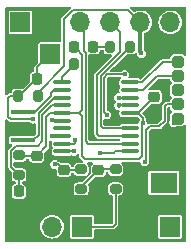
<source format=gtl>
G04 EasyEDA Pro v1.9.28, 2023-01-14 19:19:00*
G04 Gerber Generator version 0.3*%TF.GenerationSoftware,KiCad,Pcbnew,8.0.3*%
%TF.CreationDate,2024-11-10T00:39:18+08:00*%
%TF.ProjectId,NekoPurrTech_TiltingCtrl,4e656b6f-5075-4727-9254-6563685f5469,rev?*%
%TF.SameCoordinates,Original*%
%TF.FileFunction,Copper,L1,Top*%
%TF.FilePolarity,Positive*%
%FSLAX46Y46*%
G04 Gerber Fmt 4.6, Leading zero omitted, Abs format (unit mm)*
G04 Created by KiCad (PCBNEW 8.0.3) date 2024-11-10 00:39:18*
%MOMM*%
%LPD*%
G01*
G04 APERTURE LIST*
G04 Aperture macros list*
%AMRoundRect*
0 Rectangle with rounded corners*
0 $1 Rounding radius*
0 $2 $3 $4 $5 $6 $7 $8 $9 X,Y pos of 4 corners*
0 Add a 4 corners polygon primitive as box body*
4,1,4,$2,$3,$4,$5,$6,$7,$8,$9,$2,$3,0*
0 Add four circle primitives for the rounded corners*
1,1,$1+$1,$2,$3*
1,1,$1+$1,$4,$5*
1,1,$1+$1,$6,$7*
1,1,$1+$1,$8,$9*
0 Add four rect primitives between the rounded corners*
20,1,$1+$1,$2,$3,$4,$5,0*
20,1,$1+$1,$4,$5,$6,$7,0*
20,1,$1+$1,$6,$7,$8,$9,0*
20,1,$1+$1,$8,$9,$2,$3,0*%
G04 Aperture macros list end*
%TA.AperFunction,SMDPad,CuDef*%
%ADD10R,2.100000X0.400000*%
%TD*%
%TA.AperFunction,SMDPad,CuDef*%
%ADD11RoundRect,0.200000X0.200000X0.275000X-0.200000X0.275000X-0.200000X-0.275000X0.200000X-0.275000X0*%
%TD*%
%TA.AperFunction,SMDPad,CuDef*%
%ADD12RoundRect,0.225000X-0.250000X0.225000X-0.250000X-0.225000X0.250000X-0.225000X0.250000X0.225000X0*%
%TD*%
%TA.AperFunction,SMDPad,CuDef*%
%ADD13RoundRect,0.250000X0.250000X-0.250000X0.250000X0.250000X-0.250000X0.250000X-0.250000X-0.250000X0*%
%TD*%
%TA.AperFunction,ComponentPad*%
%ADD14R,1.700000X1.700000*%
%TD*%
%TA.AperFunction,ComponentPad*%
%ADD15O,1.700000X1.700000*%
%TD*%
%TA.AperFunction,SMDPad,CuDef*%
%ADD16RoundRect,0.200000X0.275000X-0.200000X0.275000X0.200000X-0.275000X0.200000X-0.275000X-0.200000X0*%
%TD*%
%TA.AperFunction,SMDPad,CuDef*%
%ADD17RoundRect,0.218750X0.218750X0.256250X-0.218750X0.256250X-0.218750X-0.256250X0.218750X-0.256250X0*%
%TD*%
%TA.AperFunction,SMDPad,CuDef*%
%ADD18R,2.300000X1.800000*%
%TD*%
%TA.AperFunction,SMDPad,CuDef*%
%ADD19RoundRect,0.225000X0.225000X0.250000X-0.225000X0.250000X-0.225000X-0.250000X0.225000X-0.250000X0*%
%TD*%
%TA.AperFunction,SMDPad,CuDef*%
%ADD20RoundRect,0.100000X-0.637500X-0.100000X0.637500X-0.100000X0.637500X0.100000X-0.637500X0.100000X0*%
%TD*%
%TA.AperFunction,SMDPad,CuDef*%
%ADD21RoundRect,0.225000X-0.225000X-0.250000X0.225000X-0.250000X0.225000X0.250000X-0.225000X0.250000X0*%
%TD*%
%TA.AperFunction,ViaPad*%
%ADD22C,0.450000*%
%TD*%
%TA.AperFunction,Conductor*%
%ADD23C,0.150000*%
%TD*%
%TA.AperFunction,Conductor*%
%ADD24C,0.200000*%
%TD*%
%TA.AperFunction,Conductor*%
%ADD25C,0.300000*%
%TD*%
G04 APERTURE END LIST*
D10*
%TO.P,R6,1,1*%
%TO.N,/OSCH_OUT*%
X86610000Y-66270000D03*
%TO.P,R6,2,2*%
%TO.N,GND*%
X86610000Y-65070000D03*
%TO.P,R6,3,3*%
%TO.N,/OSCH_IN*%
X86610000Y-63870000D03*
%TD*%
D11*
%TO.P,R12,1*%
%TO.N,+3.3V_ENC*%
X87815000Y-62540000D03*
%TO.P,R12,2*%
%TO.N,/Klicky*%
X86165000Y-62540000D03*
%TD*%
D12*
%TO.P,C8,1*%
%TO.N,/FMU_PWM_OUT*%
X90050000Y-68800000D03*
%TO.P,C8,2*%
%TO.N,GND*%
X90050000Y-70350000D03*
%TD*%
D13*
%TO.P,J4,1,Pin_1*%
%TO.N,+3.3V_MCU*%
X99690000Y-64440000D03*
%TO.P,J4,2,Pin_2*%
%TO.N,/Dbg_TX*%
X99690000Y-63240000D03*
%TO.P,J4,3,Pin_3*%
%TO.N,/Dbg_RX*%
X99690000Y-62040000D03*
%TO.P,J4,4,Pin_4*%
%TO.N,/SWDIO*%
X99690000Y-60840000D03*
%TO.P,J4,5,Pin_5*%
%TO.N,/SWCLK*%
X99690000Y-59640000D03*
%TO.P,J4,6,Pin_6*%
%TO.N,GND*%
X99690000Y-58440000D03*
%TD*%
D12*
%TO.P,C4,1*%
%TO.N,+3.3V_MCU*%
X87740000Y-67615000D03*
%TO.P,C4,2*%
%TO.N,GND*%
X87740000Y-69165000D03*
%TD*%
D11*
%TO.P,R7,1*%
%TO.N,GND*%
X92530000Y-59850000D03*
%TO.P,R7,2*%
%TO.N,/BOOT0*%
X90880000Y-59850000D03*
%TD*%
D14*
%TO.P,J5,1,Pin_1*%
%TO.N,/Klicky*%
X88885000Y-59000000D03*
D15*
%TO.P,J5,2,Pin_2*%
%TO.N,GND*%
X86345000Y-59000000D03*
%TD*%
D16*
%TO.P,R5,1*%
%TO.N,Net-(C3-Pad1)*%
X91500000Y-70400000D03*
%TO.P,R5,2*%
%TO.N,/FMU_PWM_OUT*%
X91500000Y-68750000D03*
%TD*%
D17*
%TO.P,D3,1,K*%
%TO.N,Net-(D3-K)*%
X92490000Y-58380000D03*
%TO.P,D3,2,A*%
%TO.N,+3.3V_MCU*%
X90915000Y-58380000D03*
%TD*%
D18*
%TO.P,C1,1*%
%TO.N,VCC*%
X98500000Y-69900000D03*
%TO.P,C1,2*%
%TO.N,GND*%
X98500000Y-67000000D03*
%TD*%
D19*
%TO.P,C14,1*%
%TO.N,/Klicky*%
X87765000Y-61080000D03*
%TO.P,C14,2*%
%TO.N,GND*%
X86215000Y-61080000D03*
%TD*%
D16*
%TO.P,R3,1*%
%TO.N,/NRST*%
X86240000Y-69215000D03*
%TO.P,R3,2*%
%TO.N,+3.3V_MCU*%
X86240000Y-67565000D03*
%TD*%
D11*
%TO.P,R11,1*%
%TO.N,/LED*%
X95615000Y-58380000D03*
%TO.P,R11,2*%
%TO.N,Net-(D3-K)*%
X93965000Y-58380000D03*
%TD*%
D20*
%TO.P,U1,1,BOOT0*%
%TO.N,/BOOT0*%
X89901500Y-61375000D03*
%TO.P,U1,2,PF0*%
%TO.N,/OSCH_IN*%
X89901500Y-62025000D03*
%TO.P,U1,3,PF1*%
%TO.N,/OSCH_OUT*%
X89901500Y-62675000D03*
%TO.P,U1,4,NRST*%
%TO.N,/NRST*%
X89901500Y-63325000D03*
%TO.P,U1,5,VDDA*%
%TO.N,+3.3V_MCU*%
X89901500Y-63975000D03*
%TO.P,U1,6,PA0*%
%TO.N,/Klicky*%
X89901500Y-64625000D03*
%TO.P,U1,7,PA1*%
%TO.N,unconnected-(U1-PA1-Pad7)*%
X89901500Y-65275000D03*
%TO.P,U1,8,PA2*%
%TO.N,/Dbg_TX*%
X89901500Y-65925000D03*
%TO.P,U1,9,PA3*%
%TO.N,/Dbg_RX*%
X89901500Y-66575000D03*
%TO.P,U1,10,PA4*%
%TO.N,/IN1*%
X89901500Y-67225000D03*
%TO.P,U1,11,PA5*%
%TO.N,/IN2*%
X95626500Y-67225000D03*
%TO.P,U1,12,PA6*%
%TO.N,/ENC_A*%
X95626500Y-66575000D03*
%TO.P,U1,13,PA7*%
%TO.N,/ENC_B*%
X95626500Y-65925000D03*
%TO.P,U1,14,PB1*%
%TO.N,/LED*%
X95626500Y-65275000D03*
%TO.P,U1,15,VSS*%
%TO.N,GND*%
X95626500Y-64625000D03*
%TO.P,U1,16,VDD*%
%TO.N,+3.3V_MCU*%
X95626500Y-63975000D03*
%TO.P,U1,17,PA9*%
%TO.N,/Motor_PWM*%
X95626500Y-63325000D03*
%TO.P,U1,18,PA10*%
%TO.N,/FMU_PWM_OUT*%
X95626500Y-62675000D03*
%TO.P,U1,19,PA13*%
%TO.N,/SWDIO*%
X95626500Y-62025000D03*
%TO.P,U1,20,PA14*%
%TO.N,/SWCLK*%
X95626500Y-61375000D03*
%TD*%
D16*
%TO.P,R2,1*%
%TO.N,/FMU_PWM*%
X94425000Y-70400000D03*
%TO.P,R2,2*%
%TO.N,Net-(C3-Pad1)*%
X94425000Y-68750000D03*
%TD*%
D14*
%TO.P,J3,1,Pin_1*%
%TO.N,/Motor+*%
X86350000Y-56300000D03*
D15*
%TO.P,J3,2,Pin_2*%
%TO.N,GND*%
X88890000Y-56300000D03*
%TO.P,J3,3,Pin_3*%
%TO.N,/ENC_A*%
X91430000Y-56300000D03*
%TO.P,J3,4,Pin_4*%
%TO.N,/ENC_B*%
X93970000Y-56300000D03*
%TO.P,J3,5,Pin_5*%
%TO.N,+3.3V_ENC*%
X96510000Y-56300000D03*
%TO.P,J3,6,Pin_6*%
%TO.N,/Motor-*%
X99050000Y-56300000D03*
%TD*%
D14*
%TO.P,J2,1,Pin_1*%
%TO.N,/FMU_PWM*%
X91580000Y-73600000D03*
D15*
%TO.P,J2,2,Pin_2*%
%TO.N,unconnected-(J2-Pin_2-Pad2)*%
X89040000Y-73600000D03*
%TO.P,J2,3,Pin_3*%
%TO.N,GND*%
X86500000Y-73600000D03*
%TD*%
D12*
%TO.P,C3,1*%
%TO.N,Net-(C3-Pad1)*%
X92950000Y-68800000D03*
%TO.P,C3,2*%
%TO.N,GND*%
X92950000Y-70350000D03*
%TD*%
%TO.P,C6,1*%
%TO.N,+3.3V_MCU*%
X97700000Y-62600000D03*
%TO.P,C6,2*%
%TO.N,GND*%
X97700000Y-64150000D03*
%TD*%
D21*
%TO.P,C5,1*%
%TO.N,/NRST*%
X86215000Y-70615000D03*
%TO.P,C5,2*%
%TO.N,GND*%
X87765000Y-70615000D03*
%TD*%
D14*
%TO.P,J1,1,Pin_1*%
%TO.N,VCC*%
X99025000Y-73600000D03*
D15*
%TO.P,J1,2,Pin_2*%
%TO.N,GND*%
X96485000Y-73600000D03*
%TD*%
D22*
%TO.N,VCC*%
X98050000Y-70475000D03*
X98050000Y-70125000D03*
X98050000Y-69775000D03*
%TO.N,/IN1*%
X90870002Y-67225000D03*
%TO.N,GND*%
X96480000Y-70970000D03*
X92360000Y-70500000D03*
X89290000Y-69790000D03*
X90790000Y-69820000D03*
X94167562Y-63804687D03*
X92370000Y-64830000D03*
X96890000Y-70970000D03*
X93650000Y-69830000D03*
X99210000Y-66890000D03*
X92960000Y-69940000D03*
X96070000Y-70970000D03*
X86520000Y-65500000D03*
X99210000Y-66480000D03*
X87010000Y-65500000D03*
X94169232Y-64472822D03*
X92370000Y-64380000D03*
X95600000Y-60150000D03*
X92370000Y-63930000D03*
X95660000Y-70970000D03*
X97100000Y-64030000D03*
%TO.N,/IN2*%
X93123000Y-67337000D03*
%TO.N,+3.3V_MCU*%
X99325000Y-64780027D03*
X96723309Y-64847773D03*
%TO.N,+3.3V_ENC*%
X96600000Y-58920000D03*
%TO.N,/Dbg_RX*%
X99690000Y-62040000D03*
X90969070Y-66229057D03*
X93670000Y-64140000D03*
X95190000Y-60710000D03*
%TO.N,/Motor_PWM*%
X94680000Y-63325000D03*
%TO.N,/Dbg_TX*%
X89025000Y-65940000D03*
X96889820Y-68106932D03*
%TO.N,/FMU_PWM_OUT*%
X94680002Y-62675000D03*
X89262746Y-68332107D03*
%TO.N,/Klicky*%
X89050000Y-64580000D03*
X87460000Y-64494998D03*
%TD*%
D23*
%TO.N,/IN1*%
X90870002Y-67225000D02*
X89901500Y-67225000D01*
%TO.N,/IN2*%
X94395000Y-67225000D02*
X95626500Y-67225000D01*
X94283000Y-67337000D02*
X94395000Y-67225000D01*
X93123000Y-67337000D02*
X94283000Y-67337000D01*
D24*
%TO.N,+3.3V_MCU*%
X91335000Y-63975000D02*
X91565000Y-63745000D01*
X91385000Y-58854620D02*
X91385000Y-58850000D01*
X86290000Y-67615000D02*
X86240000Y-67565000D01*
X89901500Y-63975000D02*
X88875000Y-63975000D01*
X88550000Y-66805000D02*
X87740000Y-67615000D01*
X91565000Y-59034620D02*
X91385000Y-58854620D01*
X91335000Y-63975000D02*
X89901500Y-63975000D01*
X99325000Y-64585000D02*
X99460000Y-64450000D01*
X96690000Y-67635000D02*
X96425000Y-67900000D01*
X91385000Y-58850000D02*
X90915000Y-58380000D01*
X96690000Y-64881082D02*
X96690000Y-67635000D01*
X96325000Y-63975000D02*
X95626500Y-63975000D01*
X88875000Y-63975000D02*
X88550000Y-64300000D01*
X96723309Y-64415853D02*
X96282456Y-63975000D01*
X91570000Y-67645000D02*
X91570000Y-64210000D01*
X97700000Y-62600000D02*
X96325000Y-63975000D01*
X87740000Y-67615000D02*
X86290000Y-67615000D01*
X91570000Y-64210000D02*
X91335000Y-63975000D01*
X96723309Y-64847773D02*
X96690000Y-64881082D01*
X88550000Y-64300000D02*
X88550000Y-66805000D01*
X96282456Y-63975000D02*
X95626500Y-63975000D01*
X91825000Y-67900000D02*
X91570000Y-67645000D01*
X96723309Y-64847773D02*
X96723309Y-64415853D01*
X91565000Y-63745000D02*
X91565000Y-59034620D01*
X99325000Y-64780027D02*
X99325000Y-64585000D01*
X96425000Y-67900000D02*
X91825000Y-67900000D01*
D23*
%TO.N,+3.3V_ENC*%
X87815000Y-62261610D02*
X90050000Y-60026610D01*
X90050000Y-60026610D02*
X90050000Y-56010000D01*
X87815000Y-62540000D02*
X87815000Y-62261610D01*
D25*
X96600000Y-58920000D02*
X96510000Y-58830000D01*
D23*
X90050000Y-56010000D02*
X90835000Y-55225000D01*
X90835000Y-55225000D02*
X95435000Y-55225000D01*
X95435000Y-55225000D02*
X96510000Y-56300000D01*
D25*
X96510000Y-58830000D02*
X96510000Y-56300000D01*
D23*
%TO.N,/OSCH_IN*%
X89175000Y-62025000D02*
X89901500Y-62025000D01*
X87566582Y-63870000D02*
X88940000Y-62496582D01*
X88940000Y-62496582D02*
X88940000Y-62260000D01*
X88940000Y-62260000D02*
X89175000Y-62025000D01*
X86610000Y-63870000D02*
X87566582Y-63870000D01*
%TO.N,/OSCH_OUT*%
X87910000Y-63950846D02*
X89185846Y-62675000D01*
X86610000Y-66270000D02*
X87460000Y-66270000D01*
X89185846Y-62675000D02*
X89901500Y-62675000D01*
X87460000Y-66270000D02*
X87910000Y-65820000D01*
X87910000Y-65820000D02*
X87910000Y-63950846D01*
%TO.N,/Dbg_RX*%
X90969070Y-66470930D02*
X90865000Y-66575000D01*
X93450000Y-60969264D02*
X93450000Y-63920000D01*
X93450000Y-63920000D02*
X93670000Y-64140000D01*
X90865000Y-66575000D02*
X89901500Y-66575000D01*
X99470000Y-62040000D02*
X99460000Y-62050000D01*
X90969070Y-66229057D02*
X90969070Y-66470930D01*
X99690000Y-62040000D02*
X99470000Y-62040000D01*
X93709264Y-60710000D02*
X93450000Y-60969264D01*
X95190000Y-60710000D02*
X93709264Y-60710000D01*
%TO.N,/ENC_A*%
X91895000Y-66355000D02*
X92115000Y-66575000D01*
X91710000Y-58720000D02*
X91895000Y-58905000D01*
X91895000Y-58905000D02*
X91895000Y-66355000D01*
X91710000Y-56580000D02*
X91710000Y-58720000D01*
X92115000Y-66575000D02*
X95626500Y-66575000D01*
X91430000Y-56300000D02*
X91710000Y-56580000D01*
%TO.N,/ENC_B*%
X94790000Y-57120000D02*
X94790000Y-58780736D01*
X93970000Y-56300000D02*
X94790000Y-57120000D01*
X94790000Y-58780736D02*
X92850000Y-60720736D01*
X92995000Y-65925000D02*
X95626500Y-65925000D01*
X92850000Y-60720736D02*
X92850000Y-65780000D01*
X92850000Y-65780000D02*
X92995000Y-65925000D01*
%TO.N,/NRST*%
X86240000Y-69215000D02*
X85540000Y-68515000D01*
X88225000Y-66355000D02*
X88225000Y-64135381D01*
X88225000Y-64135381D02*
X89035381Y-63325000D01*
X89035381Y-63325000D02*
X89901500Y-63325000D01*
X86240000Y-69215000D02*
X86240000Y-70590000D01*
X87820000Y-66760000D02*
X88225000Y-66355000D01*
X85540000Y-68515000D02*
X85540000Y-67183418D01*
X85963418Y-66760000D02*
X87820000Y-66760000D01*
X86240000Y-70590000D02*
X86215000Y-70615000D01*
X85540000Y-67183418D02*
X85963418Y-66760000D01*
%TO.N,/Motor_PWM*%
X94680000Y-63325000D02*
X94680000Y-63470505D01*
X94680000Y-63325000D02*
X95626500Y-63325000D01*
%TO.N,/Dbg_TX*%
X98580000Y-63400000D02*
X98730000Y-63250000D01*
X89025000Y-65940000D02*
X89886500Y-65940000D01*
X98120000Y-65100000D02*
X98580000Y-64640000D01*
X97015000Y-65445000D02*
X97360000Y-65100000D01*
X89886500Y-65940000D02*
X89901500Y-65925000D01*
X97015000Y-67981752D02*
X97015000Y-65445000D01*
X98730000Y-63250000D02*
X99460000Y-63250000D01*
X98580000Y-64640000D02*
X98580000Y-63400000D01*
X97360000Y-65100000D02*
X98120000Y-65100000D01*
X96889820Y-68106932D02*
X97015000Y-67981752D01*
%TO.N,/BOOT0*%
X89901500Y-61375000D02*
X89901500Y-60908500D01*
X90880000Y-59930000D02*
X90880000Y-59850000D01*
X89901500Y-60908500D02*
X90880000Y-59930000D01*
%TO.N,/SWCLK*%
X98390000Y-59650000D02*
X99460000Y-59650000D01*
X96665000Y-61375000D02*
X98390000Y-59650000D01*
X95626500Y-61375000D02*
X96665000Y-61375000D01*
%TO.N,/SWDIO*%
X97930000Y-60850000D02*
X99460000Y-60850000D01*
X95626500Y-62025000D02*
X96755000Y-62025000D01*
X96755000Y-62025000D02*
X97930000Y-60850000D01*
%TO.N,/FMU_PWM_OUT*%
X94680002Y-62675000D02*
X95626500Y-62675000D01*
X89262746Y-68332107D02*
X89582107Y-68332107D01*
X89582107Y-68332107D02*
X90050000Y-68800000D01*
X90050000Y-68800000D02*
X91450000Y-68800000D01*
X91450000Y-68800000D02*
X91500000Y-68750000D01*
%TO.N,Net-(C3-Pad1)*%
X94425000Y-68750000D02*
X93000000Y-68750000D01*
X91500000Y-70250000D02*
X92950000Y-68800000D01*
X93000000Y-68750000D02*
X92950000Y-68800000D01*
X91500000Y-70400000D02*
X91500000Y-70250000D01*
%TO.N,/FMU_PWM*%
X94160000Y-73600000D02*
X94425000Y-73335000D01*
X94425000Y-73335000D02*
X94425000Y-70400000D01*
X91580000Y-73600000D02*
X94160000Y-73600000D01*
%TO.N,Net-(D3-K)*%
X93965000Y-58380000D02*
X92490000Y-58380000D01*
%TO.N,/LED*%
X95626500Y-65275000D02*
X93335000Y-65275000D01*
X93150000Y-60845000D02*
X95615000Y-58380000D01*
X93335000Y-65275000D02*
X93150000Y-65090000D01*
X93150000Y-65090000D02*
X93150000Y-60845000D01*
%TO.N,/Klicky*%
X85460000Y-62540000D02*
X85335000Y-62665000D01*
X86165000Y-62540000D02*
X86250000Y-62540000D01*
X86250000Y-62540000D02*
X87710000Y-61080000D01*
X86165000Y-62540000D02*
X85460000Y-62540000D01*
X85534998Y-64494998D02*
X87460000Y-64494998D01*
X87765000Y-60120000D02*
X88885000Y-59000000D01*
X87710000Y-61080000D02*
X87765000Y-61080000D01*
X89050000Y-64580000D02*
X89856500Y-64580000D01*
X89856500Y-64580000D02*
X89901500Y-64625000D01*
X85335000Y-64295000D02*
X85534998Y-64494998D01*
X85335000Y-62665000D02*
X85335000Y-64295000D01*
X87765000Y-61080000D02*
X87765000Y-60120000D01*
%TD*%
%TA.AperFunction,Conductor*%
%TO.N,GND*%
G36*
X99021336Y-63497174D02*
G01*
X99042099Y-63537925D01*
X99054353Y-63615304D01*
X99054354Y-63615306D01*
X99111950Y-63728342D01*
X99171282Y-63787674D01*
X99192956Y-63840000D01*
X99171282Y-63892326D01*
X99111951Y-63951656D01*
X99054353Y-64064698D01*
X99039500Y-64158480D01*
X99039500Y-64503836D01*
X99019900Y-64551160D01*
X99020850Y-64551850D01*
X99017978Y-64555802D01*
X99017832Y-64556156D01*
X99017428Y-64556559D01*
X99017424Y-64556564D01*
X98963427Y-64662540D01*
X98963426Y-64662544D01*
X98944819Y-64780027D01*
X98963426Y-64897509D01*
X98963426Y-64897510D01*
X98981999Y-64933960D01*
X99017427Y-65003492D01*
X99101535Y-65087600D01*
X99207518Y-65141601D01*
X99325000Y-65160208D01*
X99442482Y-65141601D01*
X99526943Y-65098565D01*
X99560539Y-65090499D01*
X99971519Y-65090499D01*
X100065304Y-65075646D01*
X100065306Y-65075645D01*
X100073955Y-65071238D01*
X100178342Y-65018050D01*
X100243174Y-64953218D01*
X100295500Y-64931544D01*
X100347826Y-64953218D01*
X100369500Y-65005544D01*
X100369500Y-74835500D01*
X100347826Y-74887826D01*
X100295500Y-74909500D01*
X85164500Y-74909500D01*
X85112174Y-74887826D01*
X85090500Y-74835500D01*
X85090500Y-73600000D01*
X88034659Y-73600000D01*
X88053976Y-73796133D01*
X88111187Y-73984731D01*
X88198776Y-74148597D01*
X88204090Y-74158538D01*
X88329117Y-74310883D01*
X88481462Y-74435910D01*
X88535547Y-74464819D01*
X88655268Y-74528812D01*
X88655270Y-74528812D01*
X88655273Y-74528814D01*
X88843868Y-74586024D01*
X89040000Y-74605341D01*
X89236132Y-74586024D01*
X89424727Y-74528814D01*
X89598538Y-74435910D01*
X89750883Y-74310883D01*
X89875910Y-74158538D01*
X89968814Y-73984727D01*
X90026024Y-73796132D01*
X90045341Y-73600000D01*
X90026024Y-73403868D01*
X89968814Y-73215273D01*
X89968812Y-73215270D01*
X89968812Y-73215268D01*
X89917048Y-73118426D01*
X89875910Y-73041462D01*
X89750883Y-72889117D01*
X89598538Y-72764090D01*
X89588597Y-72758776D01*
X89544452Y-72735180D01*
X90579500Y-72735180D01*
X90579500Y-74464819D01*
X90588233Y-74508722D01*
X90601656Y-74528812D01*
X90621496Y-74558504D01*
X90671278Y-74591767D01*
X90715180Y-74600500D01*
X90715181Y-74600500D01*
X92444819Y-74600500D01*
X92444820Y-74600500D01*
X92488722Y-74591767D01*
X92538504Y-74558504D01*
X92571767Y-74508722D01*
X92580500Y-74464820D01*
X92580500Y-73899500D01*
X92602174Y-73847174D01*
X92654500Y-73825500D01*
X94106525Y-73825500D01*
X94106533Y-73825501D01*
X94115145Y-73825501D01*
X94204854Y-73825501D01*
X94204855Y-73825501D01*
X94263460Y-73801225D01*
X94287736Y-73791170D01*
X94351170Y-73727736D01*
X94351170Y-73727735D01*
X94361575Y-73717330D01*
X94361577Y-73717327D01*
X94542327Y-73536577D01*
X94542330Y-73536575D01*
X94552735Y-73526170D01*
X94552736Y-73526170D01*
X94616170Y-73462736D01*
X94637908Y-73410256D01*
X94650501Y-73379854D01*
X94650501Y-73290145D01*
X94650501Y-73284187D01*
X94650500Y-73284173D01*
X94650500Y-72735180D01*
X98024500Y-72735180D01*
X98024500Y-74464819D01*
X98033233Y-74508722D01*
X98046656Y-74528812D01*
X98066496Y-74558504D01*
X98116278Y-74591767D01*
X98160180Y-74600500D01*
X98160181Y-74600500D01*
X99889819Y-74600500D01*
X99889820Y-74600500D01*
X99933722Y-74591767D01*
X99983504Y-74558504D01*
X100016767Y-74508722D01*
X100025500Y-74464820D01*
X100025500Y-72735180D01*
X100016767Y-72691278D01*
X99983504Y-72641496D01*
X99933722Y-72608233D01*
X99889820Y-72599500D01*
X98160180Y-72599500D01*
X98138229Y-72603866D01*
X98116277Y-72608233D01*
X98066496Y-72641495D01*
X98066495Y-72641496D01*
X98033233Y-72691277D01*
X98024500Y-72735180D01*
X94650500Y-72735180D01*
X94650500Y-71024500D01*
X94672174Y-70972174D01*
X94724500Y-70950500D01*
X94733254Y-70950500D01*
X94733260Y-70950500D01*
X94801393Y-70940573D01*
X94906483Y-70889198D01*
X94989198Y-70806483D01*
X95040573Y-70701393D01*
X95050500Y-70633260D01*
X95050500Y-70166740D01*
X95040573Y-70098607D01*
X94989198Y-69993517D01*
X94906483Y-69910802D01*
X94906482Y-69910801D01*
X94801394Y-69859427D01*
X94733264Y-69849500D01*
X94733260Y-69849500D01*
X94116740Y-69849500D01*
X94116735Y-69849500D01*
X94048606Y-69859427D01*
X94048605Y-69859427D01*
X93943517Y-69910801D01*
X93860801Y-69993517D01*
X93809427Y-70098605D01*
X93809427Y-70098606D01*
X93799500Y-70166735D01*
X93799500Y-70633264D01*
X93809427Y-70701393D01*
X93809427Y-70701394D01*
X93860801Y-70806482D01*
X93860802Y-70806483D01*
X93943517Y-70889198D01*
X94048607Y-70940573D01*
X94116740Y-70950500D01*
X94125500Y-70950500D01*
X94177826Y-70972174D01*
X94199500Y-71024500D01*
X94199500Y-73210943D01*
X94177826Y-73263269D01*
X94088269Y-73352826D01*
X94035943Y-73374500D01*
X92654500Y-73374500D01*
X92602174Y-73352826D01*
X92580500Y-73300500D01*
X92580500Y-72735180D01*
X92571767Y-72691278D01*
X92538504Y-72641496D01*
X92488722Y-72608233D01*
X92444820Y-72599500D01*
X90715180Y-72599500D01*
X90693229Y-72603866D01*
X90671277Y-72608233D01*
X90621496Y-72641495D01*
X90621495Y-72641496D01*
X90588233Y-72691277D01*
X90579500Y-72735180D01*
X89544452Y-72735180D01*
X89424731Y-72671187D01*
X89236133Y-72613976D01*
X89040000Y-72594659D01*
X88843866Y-72613976D01*
X88655268Y-72671187D01*
X88481463Y-72764089D01*
X88329117Y-72889117D01*
X88204089Y-73041463D01*
X88111187Y-73215268D01*
X88053976Y-73403866D01*
X88034659Y-73600000D01*
X85090500Y-73600000D01*
X85090500Y-64548058D01*
X85112174Y-64495732D01*
X85164500Y-64474058D01*
X85216826Y-64495732D01*
X85217671Y-64496577D01*
X85217673Y-64496578D01*
X85339607Y-64618512D01*
X85339610Y-64618516D01*
X85343828Y-64622734D01*
X85407262Y-64686168D01*
X85425256Y-64693621D01*
X85425257Y-64693622D01*
X85425258Y-64693622D01*
X85490143Y-64720499D01*
X85588465Y-64720499D01*
X85588473Y-64720498D01*
X87123810Y-64720498D01*
X87176136Y-64742172D01*
X87236535Y-64802571D01*
X87342518Y-64856572D01*
X87460000Y-64875179D01*
X87577482Y-64856572D01*
X87577487Y-64856569D01*
X87583023Y-64854772D01*
X87583534Y-64856345D01*
X87633366Y-64852423D01*
X87676434Y-64889205D01*
X87684500Y-64922801D01*
X87684500Y-65695943D01*
X87662826Y-65748269D01*
X87513269Y-65897826D01*
X87460943Y-65919500D01*
X85545180Y-65919500D01*
X85531994Y-65922123D01*
X85501277Y-65928233D01*
X85451496Y-65961495D01*
X85451495Y-65961496D01*
X85418233Y-66011277D01*
X85418233Y-66011278D01*
X85409500Y-66055180D01*
X85409500Y-66484820D01*
X85418233Y-66528722D01*
X85451496Y-66578504D01*
X85501278Y-66611767D01*
X85545180Y-66620500D01*
X85605360Y-66620500D01*
X85657686Y-66642174D01*
X85679360Y-66694500D01*
X85657686Y-66746826D01*
X85348829Y-67055682D01*
X85344631Y-67065819D01*
X85314499Y-67138562D01*
X85314499Y-67236884D01*
X85314500Y-67236893D01*
X85314500Y-68464173D01*
X85314499Y-68464187D01*
X85314499Y-68559855D01*
X85327656Y-68591620D01*
X85327658Y-68591622D01*
X85348829Y-68642735D01*
X85422671Y-68716577D01*
X85422673Y-68716578D01*
X85597571Y-68891476D01*
X85619245Y-68943802D01*
X85618472Y-68954468D01*
X85614501Y-68981727D01*
X85614500Y-68981746D01*
X85614500Y-69448264D01*
X85624427Y-69516393D01*
X85624427Y-69516394D01*
X85675801Y-69621482D01*
X85675802Y-69621483D01*
X85758517Y-69704198D01*
X85863607Y-69755573D01*
X85931740Y-69765500D01*
X85940500Y-69765500D01*
X85992826Y-69787174D01*
X86014500Y-69839500D01*
X86014500Y-69916738D01*
X85992826Y-69969064D01*
X85951170Y-69989965D01*
X85881373Y-70000134D01*
X85768789Y-70055173D01*
X85680173Y-70143789D01*
X85625134Y-70256373D01*
X85625134Y-70256374D01*
X85614500Y-70329359D01*
X85614500Y-70900640D01*
X85625134Y-70973625D01*
X85625134Y-70973626D01*
X85680173Y-71086210D01*
X85680174Y-71086211D01*
X85768789Y-71174826D01*
X85881375Y-71229866D01*
X85954364Y-71240500D01*
X85954370Y-71240500D01*
X86475630Y-71240500D01*
X86475636Y-71240500D01*
X86548625Y-71229866D01*
X86661211Y-71174826D01*
X86749826Y-71086211D01*
X86804866Y-70973625D01*
X86815500Y-70900636D01*
X86815500Y-70329364D01*
X86804866Y-70256375D01*
X86749826Y-70143789D01*
X86661211Y-70055174D01*
X86661210Y-70055173D01*
X86548626Y-70000134D01*
X86528830Y-69997250D01*
X86480176Y-69968257D01*
X86465500Y-69924023D01*
X86465500Y-69839500D01*
X86487174Y-69787174D01*
X86539500Y-69765500D01*
X86548254Y-69765500D01*
X86548260Y-69765500D01*
X86616393Y-69755573D01*
X86721483Y-69704198D01*
X86804198Y-69621483D01*
X86855573Y-69516393D01*
X86865500Y-69448260D01*
X86865500Y-68981740D01*
X86855573Y-68913607D01*
X86804198Y-68808517D01*
X86721483Y-68725802D01*
X86721482Y-68725801D01*
X86616394Y-68674427D01*
X86548264Y-68664500D01*
X86548260Y-68664500D01*
X86039057Y-68664500D01*
X85986731Y-68642826D01*
X85787174Y-68443268D01*
X85765500Y-68390942D01*
X85765500Y-68175576D01*
X85787174Y-68123250D01*
X85839500Y-68101576D01*
X85861346Y-68104874D01*
X85863603Y-68105571D01*
X85863607Y-68105573D01*
X85931740Y-68115500D01*
X85931746Y-68115500D01*
X86548254Y-68115500D01*
X86548260Y-68115500D01*
X86616393Y-68105573D01*
X86721483Y-68054198D01*
X86804198Y-67971483D01*
X86835722Y-67906998D01*
X86878175Y-67869510D01*
X86902203Y-67865500D01*
X87049023Y-67865500D01*
X87101349Y-67887174D01*
X87122250Y-67928830D01*
X87125134Y-67948625D01*
X87125134Y-67948626D01*
X87180173Y-68061210D01*
X87180174Y-68061211D01*
X87268789Y-68149826D01*
X87381375Y-68204866D01*
X87454364Y-68215500D01*
X87454370Y-68215500D01*
X88025630Y-68215500D01*
X88025636Y-68215500D01*
X88098625Y-68204866D01*
X88211211Y-68149826D01*
X88299826Y-68061211D01*
X88354866Y-67948625D01*
X88365500Y-67875636D01*
X88365500Y-67374412D01*
X88387174Y-67322086D01*
X88550743Y-67158517D01*
X88762364Y-66946897D01*
X88800500Y-66854828D01*
X88800500Y-66755172D01*
X88800500Y-66367803D01*
X88822174Y-66315477D01*
X88874500Y-66293803D01*
X88901788Y-66300354D01*
X88901977Y-66299774D01*
X88907517Y-66301574D01*
X88929151Y-66305000D01*
X88962930Y-66310350D01*
X89011222Y-66339942D01*
X89024444Y-66395014D01*
X89023933Y-66397875D01*
X89013500Y-66450326D01*
X89013500Y-66699674D01*
X89025569Y-66760350D01*
X89028034Y-66772740D01*
X89085595Y-66858888D01*
X89096644Y-66914437D01*
X89085595Y-66941112D01*
X89028034Y-67027259D01*
X89013500Y-67100327D01*
X89013500Y-67349672D01*
X89028034Y-67422740D01*
X89045222Y-67448465D01*
X89083399Y-67505601D01*
X89166260Y-67560966D01*
X89239326Y-67575500D01*
X89239328Y-67575500D01*
X90563672Y-67575500D01*
X90563674Y-67575500D01*
X90636740Y-67560966D01*
X90636746Y-67560961D01*
X90641361Y-67559051D01*
X90697999Y-67559051D01*
X90703276Y-67561484D01*
X90752515Y-67586572D01*
X90752517Y-67586572D01*
X90752520Y-67586574D01*
X90870002Y-67605181D01*
X90987484Y-67586574D01*
X91093467Y-67532573D01*
X91177575Y-67448465D01*
X91179566Y-67444556D01*
X91222632Y-67407774D01*
X91279094Y-67412217D01*
X91315878Y-67455284D01*
X91319500Y-67478152D01*
X91319500Y-67694829D01*
X91357634Y-67786894D01*
X91357637Y-67786898D01*
X91643913Y-68073174D01*
X91665587Y-68125500D01*
X91643913Y-68177826D01*
X91591587Y-68199500D01*
X91191735Y-68199500D01*
X91123606Y-68209427D01*
X91123605Y-68209427D01*
X91018517Y-68260801D01*
X90935801Y-68343517D01*
X90884427Y-68448605D01*
X90884427Y-68448606D01*
X90884427Y-68448607D01*
X90876528Y-68502826D01*
X90875312Y-68511169D01*
X90846320Y-68559823D01*
X90802085Y-68574500D01*
X90744619Y-68574500D01*
X90692293Y-68552826D01*
X90671392Y-68511169D01*
X90671196Y-68509824D01*
X90664866Y-68466375D01*
X90609826Y-68353789D01*
X90521211Y-68265174D01*
X90521210Y-68265173D01*
X90408626Y-68210134D01*
X90335640Y-68199500D01*
X90335636Y-68199500D01*
X89799058Y-68199500D01*
X89746732Y-68177826D01*
X89709845Y-68140939D01*
X89709843Y-68140937D01*
X89685567Y-68130881D01*
X89685565Y-68130880D01*
X89685565Y-68130879D01*
X89626962Y-68106606D01*
X89598935Y-68106606D01*
X89546609Y-68084932D01*
X89486212Y-68024535D01*
X89486211Y-68024534D01*
X89417347Y-67989446D01*
X89380229Y-67970533D01*
X89262746Y-67951926D01*
X89145263Y-67970533D01*
X89145262Y-67970533D01*
X89039279Y-68024535D01*
X88955174Y-68108640D01*
X88901172Y-68214623D01*
X88901172Y-68214624D01*
X88882565Y-68332107D01*
X88901172Y-68449589D01*
X88901172Y-68449590D01*
X88920291Y-68487112D01*
X88955173Y-68555572D01*
X89039281Y-68639680D01*
X89145264Y-68693681D01*
X89262746Y-68712288D01*
X89338925Y-68700222D01*
X89393996Y-68713443D01*
X89423589Y-68761734D01*
X89424500Y-68773311D01*
X89424500Y-69060640D01*
X89435134Y-69133625D01*
X89435134Y-69133626D01*
X89490173Y-69246210D01*
X89490174Y-69246211D01*
X89578789Y-69334826D01*
X89691375Y-69389866D01*
X89764364Y-69400500D01*
X89764370Y-69400500D01*
X90335630Y-69400500D01*
X90335636Y-69400500D01*
X90408625Y-69389866D01*
X90521211Y-69334826D01*
X90609826Y-69246211D01*
X90664866Y-69133625D01*
X90671392Y-69088830D01*
X90700384Y-69040177D01*
X90744619Y-69025500D01*
X90825575Y-69025500D01*
X90877901Y-69047174D01*
X90892056Y-69066999D01*
X90935802Y-69156483D01*
X91018517Y-69239198D01*
X91123607Y-69290573D01*
X91191740Y-69300500D01*
X91191746Y-69300500D01*
X91808254Y-69300500D01*
X91808260Y-69300500D01*
X91876393Y-69290573D01*
X91981483Y-69239198D01*
X92064198Y-69156483D01*
X92115573Y-69051393D01*
X92125500Y-68983260D01*
X92125500Y-68516740D01*
X92115573Y-68448607D01*
X92064198Y-68343517D01*
X91997507Y-68276826D01*
X91975833Y-68224500D01*
X91997507Y-68172174D01*
X92049833Y-68150500D01*
X92414811Y-68150500D01*
X92467137Y-68172174D01*
X92488811Y-68224500D01*
X92467137Y-68276826D01*
X92390173Y-68353789D01*
X92335134Y-68466373D01*
X92335134Y-68466374D01*
X92324500Y-68539359D01*
X92324500Y-69060639D01*
X92324992Y-69064013D01*
X92311085Y-69118916D01*
X92304090Y-69127003D01*
X91603269Y-69827826D01*
X91550943Y-69849500D01*
X91191735Y-69849500D01*
X91123606Y-69859427D01*
X91123605Y-69859427D01*
X91018517Y-69910801D01*
X90935801Y-69993517D01*
X90884427Y-70098605D01*
X90884427Y-70098606D01*
X90874500Y-70166735D01*
X90874500Y-70633264D01*
X90884427Y-70701393D01*
X90884427Y-70701394D01*
X90935801Y-70806482D01*
X90935802Y-70806483D01*
X91018517Y-70889198D01*
X91123607Y-70940573D01*
X91191740Y-70950500D01*
X91191746Y-70950500D01*
X91808254Y-70950500D01*
X91808260Y-70950500D01*
X91876393Y-70940573D01*
X91981483Y-70889198D01*
X92064198Y-70806483D01*
X92115573Y-70701393D01*
X92125500Y-70633260D01*
X92125500Y-70166740D01*
X92115573Y-70098607D01*
X92091075Y-70048496D01*
X92087566Y-69991970D01*
X92105229Y-69963674D01*
X92646731Y-69422174D01*
X92699057Y-69400500D01*
X93235630Y-69400500D01*
X93235636Y-69400500D01*
X93308625Y-69389866D01*
X93421211Y-69334826D01*
X93509826Y-69246211D01*
X93564866Y-69133625D01*
X93575500Y-69060636D01*
X93575500Y-69049500D01*
X93597174Y-68997174D01*
X93649500Y-68975500D01*
X93734370Y-68975500D01*
X93786696Y-68997174D01*
X93807597Y-69038830D01*
X93809427Y-69051394D01*
X93860801Y-69156482D01*
X93860802Y-69156483D01*
X93943517Y-69239198D01*
X94048607Y-69290573D01*
X94116740Y-69300500D01*
X94116746Y-69300500D01*
X94733254Y-69300500D01*
X94733260Y-69300500D01*
X94801393Y-69290573D01*
X94906483Y-69239198D01*
X94989198Y-69156483D01*
X95040573Y-69051393D01*
X95050220Y-68985180D01*
X97199500Y-68985180D01*
X97199500Y-70814820D01*
X97208233Y-70858722D01*
X97241496Y-70908504D01*
X97291278Y-70941767D01*
X97335180Y-70950500D01*
X97335181Y-70950500D01*
X99664819Y-70950500D01*
X99664820Y-70950500D01*
X99708722Y-70941767D01*
X99758504Y-70908504D01*
X99791767Y-70858722D01*
X99800500Y-70814820D01*
X99800500Y-68985180D01*
X99791767Y-68941278D01*
X99758504Y-68891496D01*
X99758474Y-68891476D01*
X99708722Y-68858233D01*
X99664820Y-68849500D01*
X97335180Y-68849500D01*
X97313229Y-68853866D01*
X97291277Y-68858233D01*
X97241496Y-68891495D01*
X97241495Y-68891496D01*
X97208233Y-68941277D01*
X97208233Y-68941278D01*
X97199500Y-68985180D01*
X95050220Y-68985180D01*
X95050500Y-68983260D01*
X95050500Y-68516740D01*
X95040573Y-68448607D01*
X94989198Y-68343517D01*
X94922507Y-68276826D01*
X94900833Y-68224500D01*
X94922507Y-68172174D01*
X94974833Y-68150500D01*
X96453337Y-68150500D01*
X96505663Y-68172174D01*
X96526425Y-68212922D01*
X96528246Y-68224414D01*
X96582247Y-68330397D01*
X96666355Y-68414505D01*
X96772338Y-68468506D01*
X96889820Y-68487113D01*
X97007302Y-68468506D01*
X97113285Y-68414505D01*
X97197393Y-68330397D01*
X97251394Y-68224414D01*
X97270001Y-68106932D01*
X97251394Y-67989450D01*
X97251393Y-67989448D01*
X97251393Y-67989446D01*
X97248565Y-67983896D01*
X97240500Y-67950302D01*
X97240500Y-65569057D01*
X97262174Y-65516731D01*
X97431731Y-65347174D01*
X97484057Y-65325500D01*
X98066525Y-65325500D01*
X98066533Y-65325501D01*
X98075145Y-65325501D01*
X98164854Y-65325501D01*
X98164855Y-65325501D01*
X98223460Y-65301225D01*
X98247736Y-65291170D01*
X98311170Y-65227736D01*
X98311170Y-65227735D01*
X98321575Y-65217330D01*
X98321577Y-65217327D01*
X98697327Y-64841577D01*
X98697330Y-64841575D01*
X98707735Y-64831170D01*
X98707736Y-64831170D01*
X98771170Y-64767736D01*
X98805500Y-64684855D01*
X98805500Y-63549500D01*
X98827174Y-63497174D01*
X98879500Y-63475500D01*
X98969010Y-63475500D01*
X99021336Y-63497174D01*
G37*
%TD.AperFunction*%
%TA.AperFunction,Conductor*%
G36*
X93392826Y-58627174D02*
G01*
X93414500Y-58679500D01*
X93414500Y-58688264D01*
X93424427Y-58756393D01*
X93424427Y-58756394D01*
X93475801Y-58861482D01*
X93475802Y-58861483D01*
X93558517Y-58944198D01*
X93663607Y-58995573D01*
X93731740Y-59005500D01*
X93731746Y-59005500D01*
X94067677Y-59005500D01*
X94120003Y-59027174D01*
X94141677Y-59079500D01*
X94120003Y-59131826D01*
X92722265Y-60529565D01*
X92658831Y-60592999D01*
X92658830Y-60593001D01*
X92624499Y-60675880D01*
X92624499Y-60774202D01*
X92624500Y-60774211D01*
X92624500Y-65729173D01*
X92624499Y-65729187D01*
X92624499Y-65824855D01*
X92641068Y-65864855D01*
X92658829Y-65907734D01*
X92658831Y-65907737D01*
X92732671Y-65981577D01*
X92732673Y-65981578D01*
X92799609Y-66048514D01*
X92799612Y-66048518D01*
X92803830Y-66052736D01*
X92867264Y-66116170D01*
X92873257Y-66118652D01*
X92880276Y-66121560D01*
X92880278Y-66121560D01*
X92880282Y-66121562D01*
X92950145Y-66150501D01*
X92950146Y-66150501D01*
X93048467Y-66150501D01*
X93048475Y-66150500D01*
X94732028Y-66150500D01*
X94784354Y-66172174D01*
X94793557Y-66183389D01*
X94810595Y-66208889D01*
X94821644Y-66264438D01*
X94810595Y-66291111D01*
X94793557Y-66316611D01*
X94746466Y-66348078D01*
X94732028Y-66349500D01*
X92239057Y-66349500D01*
X92186731Y-66327826D01*
X92142174Y-66283269D01*
X92120500Y-66230943D01*
X92120500Y-59074204D01*
X92142174Y-59021878D01*
X92194500Y-59000204D01*
X92205151Y-59000975D01*
X92236205Y-59005500D01*
X92743794Y-59005499D01*
X92815561Y-58995044D01*
X92815561Y-58995043D01*
X92815567Y-58995043D01*
X92926280Y-58940919D01*
X93013419Y-58853780D01*
X93067543Y-58743067D01*
X93078000Y-58671295D01*
X93078000Y-58671294D01*
X93078359Y-58668831D01*
X93107351Y-58620176D01*
X93151586Y-58605500D01*
X93340500Y-58605500D01*
X93392826Y-58627174D01*
G37*
%TD.AperFunction*%
%TA.AperFunction,Conductor*%
G36*
X94854589Y-60957174D02*
G01*
X94876263Y-61009500D01*
X94854589Y-61061826D01*
X94843375Y-61071029D01*
X94808399Y-61094398D01*
X94808398Y-61094399D01*
X94753034Y-61177259D01*
X94753034Y-61177260D01*
X94738500Y-61250326D01*
X94738500Y-61499674D01*
X94751727Y-61566170D01*
X94753034Y-61572740D01*
X94810595Y-61658888D01*
X94821644Y-61714437D01*
X94810595Y-61741112D01*
X94753034Y-61827259D01*
X94752126Y-61831825D01*
X94738500Y-61900326D01*
X94738500Y-62149674D01*
X94742655Y-62170564D01*
X94749780Y-62206383D01*
X94738731Y-62261931D01*
X94691638Y-62293397D01*
X94684608Y-62294089D01*
X94562519Y-62313426D01*
X94562518Y-62313426D01*
X94456535Y-62367428D01*
X94372430Y-62451533D01*
X94318428Y-62557516D01*
X94318428Y-62557517D01*
X94299821Y-62675000D01*
X94318428Y-62792482D01*
X94318428Y-62792483D01*
X94342939Y-62840587D01*
X94369600Y-62892913D01*
X94372430Y-62898466D01*
X94421637Y-62947673D01*
X94443311Y-62999999D01*
X94421637Y-63052325D01*
X94372428Y-63101533D01*
X94318426Y-63207516D01*
X94318426Y-63207517D01*
X94299819Y-63325000D01*
X94318426Y-63442482D01*
X94318426Y-63442483D01*
X94344373Y-63493405D01*
X94372427Y-63548465D01*
X94456535Y-63632573D01*
X94562518Y-63686574D01*
X94680000Y-63705181D01*
X94685752Y-63706092D01*
X94685361Y-63708560D01*
X94729528Y-63726855D01*
X94751202Y-63779181D01*
X94749780Y-63793617D01*
X94738500Y-63850326D01*
X94738500Y-64099674D01*
X94750198Y-64158481D01*
X94753034Y-64172740D01*
X94784945Y-64220500D01*
X94808399Y-64255601D01*
X94891260Y-64310966D01*
X94964326Y-64325500D01*
X96248043Y-64325500D01*
X96300369Y-64347174D01*
X96444293Y-64491098D01*
X96465967Y-64543424D01*
X96444294Y-64595749D01*
X96415737Y-64624306D01*
X96361735Y-64730289D01*
X96361735Y-64730290D01*
X96343128Y-64847773D01*
X96343128Y-64850500D01*
X96342428Y-64852188D01*
X96342217Y-64853525D01*
X96341896Y-64853474D01*
X96321454Y-64902826D01*
X96269128Y-64924500D01*
X94964326Y-64924500D01*
X94916768Y-64933960D01*
X94891259Y-64939034D01*
X94808399Y-64994398D01*
X94808398Y-64994399D01*
X94793557Y-65016612D01*
X94746465Y-65048078D01*
X94732028Y-65049500D01*
X93459057Y-65049500D01*
X93406731Y-65027826D01*
X93397174Y-65018269D01*
X93375500Y-64965943D01*
X93375500Y-64532135D01*
X93397174Y-64479809D01*
X93449500Y-64458135D01*
X93483093Y-64466200D01*
X93552518Y-64501574D01*
X93670000Y-64520181D01*
X93787482Y-64501574D01*
X93893465Y-64447573D01*
X93977573Y-64363465D01*
X94031574Y-64257482D01*
X94050181Y-64140000D01*
X94031574Y-64022518D01*
X93977573Y-63916535D01*
X93893465Y-63832427D01*
X93817296Y-63793617D01*
X93787483Y-63778426D01*
X93737923Y-63770576D01*
X93689632Y-63740982D01*
X93675500Y-63697487D01*
X93675500Y-61093321D01*
X93697174Y-61040995D01*
X93780995Y-60957174D01*
X93833321Y-60935500D01*
X94802263Y-60935500D01*
X94854589Y-60957174D01*
G37*
%TD.AperFunction*%
%TA.AperFunction,Conductor*%
G36*
X99021336Y-61097174D02*
G01*
X99042099Y-61137925D01*
X99054353Y-61215304D01*
X99054354Y-61215306D01*
X99111950Y-61328342D01*
X99171282Y-61387674D01*
X99192956Y-61440000D01*
X99171282Y-61492326D01*
X99111951Y-61551656D01*
X99054353Y-61664698D01*
X99039500Y-61758480D01*
X99039500Y-62321519D01*
X99054353Y-62415304D01*
X99054354Y-62415306D01*
X99111950Y-62528342D01*
X99171282Y-62587674D01*
X99192956Y-62640000D01*
X99171282Y-62692326D01*
X99111951Y-62751656D01*
X99054353Y-62864698D01*
X99039045Y-62961353D01*
X99037247Y-62961068D01*
X99013951Y-63006777D01*
X98965899Y-63024500D01*
X98783475Y-63024500D01*
X98783467Y-63024499D01*
X98774855Y-63024499D01*
X98685145Y-63024499D01*
X98637103Y-63044399D01*
X98602265Y-63058829D01*
X98388830Y-63272264D01*
X98383197Y-63285863D01*
X98354499Y-63355144D01*
X98354499Y-63453466D01*
X98354500Y-63453475D01*
X98354500Y-64515943D01*
X98332826Y-64568269D01*
X98048269Y-64852826D01*
X97995943Y-64874500D01*
X97413475Y-64874500D01*
X97413467Y-64874499D01*
X97404855Y-64874499D01*
X97315146Y-64874499D01*
X97266594Y-64894608D01*
X97266595Y-64894609D01*
X97232267Y-64908828D01*
X97232263Y-64908830D01*
X97228805Y-64912289D01*
X97176478Y-64933960D01*
X97124153Y-64912283D01*
X97102482Y-64859956D01*
X97103392Y-64848388D01*
X97103490Y-64847773D01*
X97084883Y-64730291D01*
X97030882Y-64624308D01*
X96995483Y-64588909D01*
X96973809Y-64536583D01*
X96973809Y-64366025D01*
X96973808Y-64366023D01*
X96972748Y-64363465D01*
X96935673Y-64273956D01*
X96865206Y-64203489D01*
X96710314Y-64048597D01*
X96688640Y-63996271D01*
X96710314Y-63943945D01*
X97432086Y-63222174D01*
X97484412Y-63200500D01*
X97985630Y-63200500D01*
X97985636Y-63200500D01*
X98058625Y-63189866D01*
X98171211Y-63134826D01*
X98259826Y-63046211D01*
X98314866Y-62933625D01*
X98325500Y-62860636D01*
X98325500Y-62339364D01*
X98314866Y-62266375D01*
X98259826Y-62153789D01*
X98171211Y-62065174D01*
X98171210Y-62065173D01*
X98058626Y-62010134D01*
X97985640Y-61999500D01*
X97985636Y-61999500D01*
X97414364Y-61999500D01*
X97414359Y-61999500D01*
X97341374Y-62010134D01*
X97341372Y-62010134D01*
X97245564Y-62056972D01*
X97189036Y-62060481D01*
X97146583Y-62022991D01*
X97143074Y-61966463D01*
X97160736Y-61938168D01*
X98001731Y-61097174D01*
X98054057Y-61075500D01*
X98969010Y-61075500D01*
X99021336Y-61097174D01*
G37*
%TD.AperFunction*%
%TA.AperFunction,Conductor*%
G36*
X90634268Y-55002174D02*
G01*
X90655942Y-55054500D01*
X90634268Y-55106826D01*
X89858831Y-55882263D01*
X89858830Y-55882265D01*
X89824499Y-55965144D01*
X89824499Y-56063466D01*
X89824500Y-56063475D01*
X89824500Y-57925500D01*
X89802826Y-57977826D01*
X89750500Y-57999500D01*
X89749820Y-57999500D01*
X88020180Y-57999500D01*
X87999544Y-58003605D01*
X87976277Y-58008233D01*
X87926496Y-58041495D01*
X87926495Y-58041496D01*
X87893233Y-58091277D01*
X87884500Y-58135180D01*
X87884500Y-59650942D01*
X87862826Y-59703268D01*
X87573831Y-59992263D01*
X87573830Y-59992265D01*
X87539499Y-60075144D01*
X87539499Y-60173466D01*
X87539500Y-60173475D01*
X87539500Y-60385381D01*
X87517826Y-60437707D01*
X87476169Y-60458607D01*
X87451375Y-60462220D01*
X87431374Y-60465134D01*
X87431373Y-60465134D01*
X87318789Y-60520173D01*
X87230173Y-60608789D01*
X87175134Y-60721373D01*
X87175134Y-60721374D01*
X87164500Y-60794359D01*
X87164500Y-61275942D01*
X87142826Y-61328268D01*
X86557669Y-61913424D01*
X86505343Y-61935098D01*
X86472846Y-61927581D01*
X86466394Y-61924427D01*
X86398264Y-61914500D01*
X86398260Y-61914500D01*
X85931740Y-61914500D01*
X85931735Y-61914500D01*
X85863606Y-61924427D01*
X85863605Y-61924427D01*
X85758517Y-61975801D01*
X85675801Y-62058517D01*
X85624427Y-62163605D01*
X85624427Y-62163606D01*
X85614500Y-62231735D01*
X85614500Y-62240500D01*
X85592826Y-62292826D01*
X85540500Y-62314500D01*
X85513475Y-62314500D01*
X85513467Y-62314499D01*
X85504855Y-62314499D01*
X85415146Y-62314499D01*
X85366594Y-62334608D01*
X85366595Y-62334609D01*
X85332267Y-62348828D01*
X85332265Y-62348829D01*
X85216826Y-62464268D01*
X85164500Y-62485942D01*
X85112174Y-62464268D01*
X85090500Y-62411942D01*
X85090500Y-55435180D01*
X85349500Y-55435180D01*
X85349500Y-57164820D01*
X85354853Y-57191731D01*
X85358233Y-57208722D01*
X85390437Y-57256920D01*
X85391496Y-57258504D01*
X85441278Y-57291767D01*
X85485180Y-57300500D01*
X85485181Y-57300500D01*
X87214819Y-57300500D01*
X87214820Y-57300500D01*
X87258722Y-57291767D01*
X87308504Y-57258504D01*
X87341767Y-57208722D01*
X87350500Y-57164820D01*
X87350500Y-55435180D01*
X87341767Y-55391278D01*
X87308504Y-55341496D01*
X87258722Y-55308233D01*
X87214820Y-55299500D01*
X85485180Y-55299500D01*
X85463229Y-55303866D01*
X85441277Y-55308233D01*
X85391496Y-55341495D01*
X85391495Y-55341496D01*
X85358233Y-55391277D01*
X85358233Y-55391278D01*
X85349500Y-55435180D01*
X85090500Y-55435180D01*
X85090500Y-55054500D01*
X85112174Y-55002174D01*
X85164500Y-54980500D01*
X90581942Y-54980500D01*
X90634268Y-55002174D01*
G37*
%TD.AperFunction*%
%TA.AperFunction,Conductor*%
G36*
X100347826Y-55002174D02*
G01*
X100369500Y-55054500D01*
X100369500Y-59074456D01*
X100347826Y-59126782D01*
X100295500Y-59148456D01*
X100243174Y-59126782D01*
X100178343Y-59061951D01*
X100178342Y-59061950D01*
X100065304Y-59004354D01*
X100065302Y-59004353D01*
X100065301Y-59004353D01*
X99971519Y-58989500D01*
X99408480Y-58989500D01*
X99314695Y-59004353D01*
X99314693Y-59004354D01*
X99201657Y-59061950D01*
X99111951Y-59151656D01*
X99054353Y-59264698D01*
X99039045Y-59361353D01*
X99037247Y-59361068D01*
X99013951Y-59406777D01*
X98965899Y-59424500D01*
X98345145Y-59424500D01*
X98262266Y-59458828D01*
X98262263Y-59458830D01*
X96593269Y-61127826D01*
X96540943Y-61149500D01*
X96520972Y-61149500D01*
X96468646Y-61127826D01*
X96459443Y-61116612D01*
X96444601Y-61094399D01*
X96444600Y-61094398D01*
X96361740Y-61039034D01*
X96288674Y-61024500D01*
X96288672Y-61024500D01*
X95571945Y-61024500D01*
X95519619Y-61002826D01*
X95497945Y-60950500D01*
X95506011Y-60916904D01*
X95515555Y-60898174D01*
X95551574Y-60827482D01*
X95570181Y-60710000D01*
X95551574Y-60592518D01*
X95497573Y-60486535D01*
X95413465Y-60402427D01*
X95326614Y-60358174D01*
X95307483Y-60348426D01*
X95190000Y-60329819D01*
X95072517Y-60348426D01*
X95072516Y-60348426D01*
X94966533Y-60402428D01*
X94906136Y-60462826D01*
X94853810Y-60484500D01*
X94008057Y-60484500D01*
X93955731Y-60462826D01*
X93934057Y-60410500D01*
X93955731Y-60358174D01*
X94242440Y-60071465D01*
X95291477Y-59022426D01*
X95343802Y-59000753D01*
X95354461Y-59001525D01*
X95381740Y-59005500D01*
X95381745Y-59005500D01*
X95848254Y-59005500D01*
X95848260Y-59005500D01*
X95916393Y-58995573D01*
X96021483Y-58944198D01*
X96093493Y-58872188D01*
X96145819Y-58850514D01*
X96198145Y-58872188D01*
X96215772Y-58914745D01*
X96218908Y-58914249D01*
X96238426Y-59037482D01*
X96238426Y-59037483D01*
X96257137Y-59074204D01*
X96292427Y-59143465D01*
X96376535Y-59227573D01*
X96482518Y-59281574D01*
X96600000Y-59300181D01*
X96717482Y-59281574D01*
X96823465Y-59227573D01*
X96907573Y-59143465D01*
X96961574Y-59037482D01*
X96980181Y-58920000D01*
X96961574Y-58802518D01*
X96907573Y-58696535D01*
X96832174Y-58621136D01*
X96810500Y-58568810D01*
X96810500Y-57309246D01*
X96832174Y-57256920D01*
X96863017Y-57238433D01*
X96894727Y-57228814D01*
X97068538Y-57135910D01*
X97220883Y-57010883D01*
X97345910Y-56858538D01*
X97438814Y-56684727D01*
X97496024Y-56496132D01*
X97515341Y-56300000D01*
X98044659Y-56300000D01*
X98063976Y-56496133D01*
X98121187Y-56684731D01*
X98192397Y-56817953D01*
X98214090Y-56858538D01*
X98339117Y-57010883D01*
X98491462Y-57135910D01*
X98545618Y-57164857D01*
X98665268Y-57228812D01*
X98665270Y-57228812D01*
X98665273Y-57228814D01*
X98853868Y-57286024D01*
X99050000Y-57305341D01*
X99246132Y-57286024D01*
X99434727Y-57228814D01*
X99608538Y-57135910D01*
X99760883Y-57010883D01*
X99885910Y-56858538D01*
X99978814Y-56684727D01*
X100036024Y-56496132D01*
X100055341Y-56300000D01*
X100036024Y-56103868D01*
X99978814Y-55915273D01*
X99978812Y-55915270D01*
X99978812Y-55915268D01*
X99907602Y-55782045D01*
X99885910Y-55741462D01*
X99760883Y-55589117D01*
X99608538Y-55464090D01*
X99583113Y-55450500D01*
X99434731Y-55371187D01*
X99246133Y-55313976D01*
X99050000Y-55294659D01*
X98853866Y-55313976D01*
X98665268Y-55371187D01*
X98491463Y-55464089D01*
X98339117Y-55589117D01*
X98214089Y-55741463D01*
X98121187Y-55915268D01*
X98063976Y-56103866D01*
X98044659Y-56300000D01*
X97515341Y-56300000D01*
X97496024Y-56103868D01*
X97438814Y-55915273D01*
X97438812Y-55915270D01*
X97438812Y-55915268D01*
X97367602Y-55782045D01*
X97345910Y-55741462D01*
X97220883Y-55589117D01*
X97068538Y-55464090D01*
X97043113Y-55450500D01*
X96894731Y-55371187D01*
X96706133Y-55313976D01*
X96510000Y-55294659D01*
X96313866Y-55313976D01*
X96125270Y-55371187D01*
X96026927Y-55423751D01*
X95970563Y-55429301D01*
X95939719Y-55410814D01*
X95636578Y-55107673D01*
X95636578Y-55107672D01*
X95635732Y-55106826D01*
X95614058Y-55054500D01*
X95635732Y-55002174D01*
X95688058Y-54980500D01*
X100295500Y-54980500D01*
X100347826Y-55002174D01*
G37*
%TD.AperFunction*%
%TD*%
M02*

</source>
